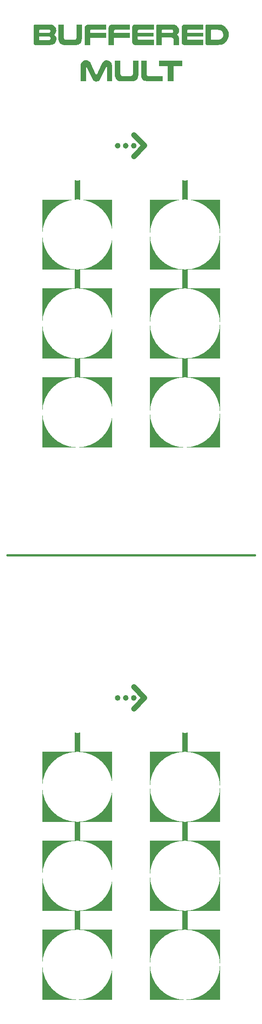
<source format=gbr>
%TF.GenerationSoftware,KiCad,Pcbnew,8.0.2*%
%TF.CreationDate,2024-06-03T22:39:04+02:00*%
%TF.ProjectId,Buffered Mult,42756666-6572-4656-9420-4d756c742e6b,1*%
%TF.SameCoordinates,Original*%
%TF.FileFunction,Legend,Top*%
%TF.FilePolarity,Positive*%
%FSLAX46Y46*%
G04 Gerber Fmt 4.6, Leading zero omitted, Abs format (unit mm)*
G04 Created by KiCad (PCBNEW 8.0.2) date 2024-06-03 22:39:04*
%MOMM*%
%LPD*%
G01*
G04 APERTURE LIST*
%ADD10C,1.000000*%
%ADD11C,0.550000*%
%ADD12C,0.400000*%
%ADD13C,0.100000*%
%ADD14C,0.000000*%
%ADD15C,0.500000*%
%ADD16C,13.000000*%
%ADD17C,4.000000*%
G04 APERTURE END LIST*
D10*
X110000000Y-179500000D02*
X110000000Y-183000000D01*
X90000000Y-179500000D02*
X90000000Y-183000000D01*
X90000000Y-163000000D02*
X90000000Y-166500000D01*
X110000000Y-163000000D02*
X110000000Y-166500000D01*
X110000000Y-93500000D02*
X110000000Y-97000000D01*
X90000000Y-93500000D02*
X90000000Y-97000000D01*
D11*
X100775000Y-156500000D02*
G75*
G02*
X100225000Y-156500000I-275000J0D01*
G01*
X100225000Y-156500000D02*
G75*
G02*
X100775000Y-156500000I275000J0D01*
G01*
X97775000Y-156500000D02*
G75*
G02*
X97225000Y-156500000I-275000J0D01*
G01*
X97225000Y-156500000D02*
G75*
G02*
X97775000Y-156500000I275000J0D01*
G01*
X99275000Y-156500000D02*
G75*
G02*
X98725000Y-156500000I-275000J0D01*
G01*
X98725000Y-156500000D02*
G75*
G02*
X99275000Y-156500000I275000J0D01*
G01*
D10*
X100500000Y-158500000D02*
X102500000Y-156500000D01*
X100500000Y-154500000D02*
X102500000Y-156500000D01*
D11*
X97775000Y-54000000D02*
G75*
G02*
X97225000Y-54000000I-275000J0D01*
G01*
X97225000Y-54000000D02*
G75*
G02*
X97775000Y-54000000I275000J0D01*
G01*
X99275000Y-54000000D02*
G75*
G02*
X98725000Y-54000000I-275000J0D01*
G01*
X98725000Y-54000000D02*
G75*
G02*
X99275000Y-54000000I275000J0D01*
G01*
X100775000Y-54000000D02*
G75*
G02*
X100225000Y-54000000I-275000J0D01*
G01*
X100225000Y-54000000D02*
G75*
G02*
X100775000Y-54000000I275000J0D01*
G01*
D10*
X110000000Y-77000000D02*
X110000000Y-80500000D01*
X100500000Y-52000000D02*
X102500000Y-54000000D01*
D12*
X77000000Y-130000000D02*
X123000000Y-130000000D01*
D10*
X90000000Y-60500000D02*
X90000000Y-64000000D01*
X110000000Y-60500000D02*
X110000000Y-64000000D01*
X90000000Y-77000000D02*
X90000000Y-80500000D01*
X100500000Y-56000000D02*
X102500000Y-54000000D01*
D13*
G36*
X85061557Y-31494939D02*
G01*
X85261160Y-31529331D01*
X85470524Y-31601244D01*
X85653872Y-31706570D01*
X85810467Y-31844452D01*
X85941460Y-32016924D01*
X86027892Y-32197125D01*
X86081123Y-32403017D01*
X86096720Y-32604535D01*
X86095146Y-32666034D01*
X86065248Y-32870635D01*
X85998534Y-33055408D01*
X85879100Y-33236789D01*
X85715701Y-33380251D01*
X85836508Y-33461599D01*
X85971412Y-33614495D01*
X86066275Y-33803575D01*
X86120974Y-34018532D01*
X86135799Y-34215561D01*
X86128514Y-34341347D01*
X86080891Y-34556030D01*
X85993567Y-34751963D01*
X85872017Y-34924842D01*
X85729291Y-35062804D01*
X85555114Y-35172777D01*
X85345805Y-35250897D01*
X85135645Y-35289573D01*
X84937055Y-35300000D01*
X82176134Y-35300000D01*
X81995213Y-35247876D01*
X81924075Y-35059665D01*
X81924075Y-34295673D01*
X82937194Y-34295673D01*
X83016329Y-34381646D01*
X84695743Y-34381646D01*
X84820512Y-34368910D01*
X84992742Y-34267341D01*
X85014824Y-34236801D01*
X85070900Y-34048499D01*
X85069373Y-34018753D01*
X84986880Y-33836496D01*
X84891815Y-33763185D01*
X84695743Y-33727076D01*
X82937194Y-33727076D01*
X82937194Y-34295673D01*
X81924075Y-34295673D01*
X81924075Y-32524424D01*
X82937194Y-32524424D01*
X82937194Y-33049057D01*
X84701605Y-33049057D01*
X84817130Y-33036368D01*
X84981996Y-32929867D01*
X85049407Y-32741311D01*
X84981996Y-32552756D01*
X84897492Y-32482106D01*
X84701605Y-32438450D01*
X83016329Y-32438450D01*
X82937194Y-32524424D01*
X81924075Y-32524424D01*
X81924075Y-31721353D01*
X81987090Y-31545010D01*
X82176134Y-31485903D01*
X84881368Y-31485903D01*
X85061557Y-31494939D01*
G37*
G36*
X89527843Y-35300000D02*
G01*
X89780440Y-35290317D01*
X90003635Y-35260870D01*
X90198423Y-35211060D01*
X90415671Y-35111935D01*
X90586546Y-34974124D01*
X90713406Y-34796208D01*
X90798608Y-34576767D01*
X90836592Y-34384081D01*
X90853465Y-34166640D01*
X90854571Y-34088555D01*
X90854571Y-31485903D01*
X89835589Y-31485903D01*
X89835589Y-33975226D01*
X89791714Y-34180707D01*
X89625388Y-34310312D01*
X89460432Y-34331821D01*
X87886532Y-34331821D01*
X87690322Y-34296932D01*
X87549391Y-34147462D01*
X87522121Y-33975226D01*
X87522121Y-31485903D01*
X86503140Y-31485903D01*
X86503140Y-34088555D01*
X86513199Y-34314381D01*
X86544040Y-34515252D01*
X86619221Y-34745296D01*
X86735497Y-34933461D01*
X86895239Y-35081165D01*
X87100817Y-35189828D01*
X87354600Y-35260870D01*
X87577998Y-35290317D01*
X87830844Y-35300000D01*
X89527843Y-35300000D01*
G37*
G36*
X92068946Y-31485903D02*
G01*
X91872473Y-31502439D01*
X91680312Y-31566392D01*
X91516491Y-31702847D01*
X91417973Y-31907130D01*
X91385739Y-32137192D01*
X91385066Y-32180530D01*
X91385066Y-35300000D01*
X92399162Y-35300000D01*
X92399162Y-33990858D01*
X95350593Y-33990858D01*
X95350593Y-33049057D01*
X92399162Y-33049057D01*
X92399162Y-32652407D01*
X92518467Y-32491775D01*
X92555478Y-32489253D01*
X95367201Y-32489253D01*
X95367201Y-31485903D01*
X92068946Y-31485903D01*
G37*
G36*
X96492672Y-31485903D02*
G01*
X96296200Y-31502439D01*
X96104038Y-31566392D01*
X95940217Y-31702847D01*
X95841700Y-31907130D01*
X95809465Y-32137192D01*
X95808793Y-32180530D01*
X95808793Y-35300000D01*
X96822889Y-35300000D01*
X96822889Y-33990858D01*
X99774319Y-33990858D01*
X99774319Y-33049057D01*
X96822889Y-33049057D01*
X96822889Y-32652407D01*
X96942194Y-32491775D01*
X96979204Y-32489253D01*
X99790928Y-32489253D01*
X99790928Y-31485903D01*
X96492672Y-31485903D01*
G37*
G36*
X100770830Y-31485903D02*
G01*
X100561209Y-31510087D01*
X100384574Y-31597275D01*
X100266209Y-31771942D01*
X100232519Y-31995882D01*
X100232519Y-34774389D01*
X100258253Y-34980105D01*
X100350311Y-35152563D01*
X100532983Y-35267469D01*
X100732411Y-35299493D01*
X100764968Y-35300000D01*
X104214654Y-35300000D01*
X104214654Y-34331821D01*
X101336497Y-34331821D01*
X101246615Y-34224354D01*
X101246615Y-33736845D01*
X104198046Y-33736845D01*
X104198046Y-33009002D01*
X101246615Y-33009002D01*
X101246615Y-32583042D01*
X101336497Y-32489253D01*
X104214654Y-32489253D01*
X104214654Y-31485903D01*
X100770830Y-31485903D01*
G37*
G36*
X107835734Y-31495965D02*
G01*
X108052622Y-31533195D01*
X108268408Y-31608141D01*
X108448693Y-31713222D01*
X108598325Y-31844452D01*
X108723957Y-32003500D01*
X108819365Y-32183339D01*
X108879968Y-32379847D01*
X108901186Y-32588904D01*
X108900920Y-32617063D01*
X108877879Y-32837266D01*
X108811756Y-33043720D01*
X108694215Y-33229737D01*
X108542638Y-33370481D01*
X108609868Y-33414538D01*
X108754159Y-33551846D01*
X108849587Y-33731768D01*
X108895018Y-33937836D01*
X108907048Y-34159874D01*
X108907048Y-34933635D01*
X108909212Y-35093948D01*
X108923656Y-35300000D01*
X107898813Y-35300000D01*
X107892081Y-35244091D01*
X107882205Y-35043056D01*
X107882205Y-34269295D01*
X107837839Y-34065282D01*
X107676506Y-33948760D01*
X107466992Y-33924424D01*
X105703559Y-33924424D01*
X105703559Y-35300000D01*
X104689462Y-35300000D01*
X104689462Y-32516608D01*
X105703559Y-32516608D01*
X105703559Y-33062735D01*
X107495324Y-33062735D01*
X107610999Y-33048746D01*
X107780600Y-32939637D01*
X107784764Y-32934385D01*
X107853873Y-32745219D01*
X107852547Y-32715954D01*
X107769853Y-32533217D01*
X107692522Y-32474329D01*
X107495324Y-32432588D01*
X105787578Y-32432588D01*
X105703559Y-32516608D01*
X104689462Y-32516608D01*
X104689462Y-31721353D01*
X104752477Y-31545010D01*
X104941521Y-31485903D01*
X107630146Y-31485903D01*
X107835734Y-31495965D01*
G37*
G36*
X109934822Y-31485903D02*
G01*
X109725200Y-31510087D01*
X109548566Y-31597275D01*
X109430201Y-31771942D01*
X109396511Y-31995882D01*
X109396511Y-34774389D01*
X109422245Y-34980105D01*
X109514302Y-35152563D01*
X109696975Y-35267469D01*
X109896402Y-35299493D01*
X109928960Y-35300000D01*
X113378646Y-35300000D01*
X113378646Y-34331821D01*
X110500488Y-34331821D01*
X110410607Y-34224354D01*
X110410607Y-33736845D01*
X113362037Y-33736845D01*
X113362037Y-33009002D01*
X110410607Y-33009002D01*
X110410607Y-32583042D01*
X110500488Y-32489253D01*
X113378646Y-32489253D01*
X113378646Y-31485903D01*
X109934822Y-31485903D01*
G37*
G36*
X116366135Y-31494692D02*
G01*
X116573541Y-31520494D01*
X116767140Y-31562462D01*
X116990436Y-31636364D01*
X117193810Y-31732547D01*
X117378176Y-31849356D01*
X117544452Y-31985136D01*
X117579211Y-32018108D01*
X117740112Y-32196125D01*
X117877919Y-32394311D01*
X117990439Y-32610275D01*
X118060778Y-32794238D01*
X118112408Y-32986821D01*
X118144209Y-33186801D01*
X118155059Y-33392951D01*
X118152901Y-33487387D01*
X118129138Y-33717382D01*
X118080407Y-33937363D01*
X118008295Y-34145698D01*
X117914389Y-34340756D01*
X117800279Y-34520903D01*
X117667550Y-34684508D01*
X117565741Y-34787733D01*
X117378046Y-34941420D01*
X117211307Y-35046693D01*
X117029466Y-35135136D01*
X116832192Y-35205718D01*
X116619153Y-35257410D01*
X116390017Y-35289180D01*
X116144452Y-35300000D01*
X114099651Y-35300000D01*
X113923713Y-35247876D01*
X113853454Y-35059665D01*
X113853454Y-32568387D01*
X114867550Y-32568387D01*
X114867550Y-34224354D01*
X114939846Y-34303489D01*
X116144452Y-34303489D01*
X116363199Y-34287680D01*
X116574862Y-34233313D01*
X116749237Y-34144175D01*
X116905513Y-34007466D01*
X116932146Y-33976953D01*
X117043981Y-33806470D01*
X117115674Y-33611371D01*
X117140963Y-33398813D01*
X117133312Y-33280329D01*
X117083087Y-33077618D01*
X116990435Y-32894817D01*
X116860572Y-32739357D01*
X116728208Y-32635570D01*
X116547517Y-32548883D01*
X116350644Y-32502718D01*
X116144452Y-32489253D01*
X114939846Y-32489253D01*
X114867550Y-32568387D01*
X113853454Y-32568387D01*
X113853454Y-31721353D01*
X113908234Y-31552612D01*
X114099651Y-31485903D01*
X116144452Y-31485903D01*
X116366135Y-31494692D01*
G37*
G36*
X93550035Y-42082526D02*
G01*
X93746575Y-42062284D01*
X93946437Y-41988796D01*
X94108612Y-41857840D01*
X94187998Y-41736678D01*
X95335939Y-39361660D01*
X95409212Y-39317697D01*
X95498116Y-39418325D01*
X95498116Y-42020000D01*
X96473134Y-42020000D01*
X96473134Y-39243447D01*
X96459758Y-39020434D01*
X96420532Y-38828539D01*
X96343901Y-38639868D01*
X96218248Y-38464658D01*
X96120447Y-38373942D01*
X95946697Y-38260725D01*
X95763857Y-38186982D01*
X95557702Y-38147754D01*
X95459037Y-38143377D01*
X95247623Y-38163765D01*
X95029188Y-38238700D01*
X94844769Y-38363037D01*
X94689652Y-38530785D01*
X94579370Y-38699417D01*
X94501605Y-38850704D01*
X93644802Y-40713789D01*
X93550035Y-40786085D01*
X93454292Y-40713789D01*
X92597488Y-38850704D01*
X92498902Y-38663778D01*
X92385424Y-38500067D01*
X92225751Y-38339138D01*
X92035990Y-38222619D01*
X91811427Y-38156499D01*
X91640056Y-38143377D01*
X91424084Y-38164837D01*
X91230672Y-38224173D01*
X91044293Y-38325327D01*
X90978647Y-38373942D01*
X90829155Y-38525739D01*
X90718406Y-38716371D01*
X90655802Y-38920790D01*
X90629332Y-39127857D01*
X90625960Y-39243447D01*
X90625960Y-42020000D01*
X91600977Y-42020000D01*
X91600977Y-39423210D01*
X91689882Y-39322581D01*
X91763155Y-39366545D01*
X92911096Y-41751332D01*
X93039400Y-41913560D01*
X93216043Y-42020711D01*
X93425375Y-42074742D01*
X93550035Y-42082526D01*
G37*
G36*
X100020517Y-42020000D02*
G01*
X100273113Y-42010317D01*
X100496308Y-41980870D01*
X100691096Y-41931060D01*
X100908345Y-41831935D01*
X101079219Y-41694124D01*
X101206079Y-41516208D01*
X101291282Y-41296767D01*
X101329265Y-41104081D01*
X101346139Y-40886640D01*
X101347244Y-40808555D01*
X101347244Y-38205903D01*
X100328263Y-38205903D01*
X100328263Y-40695226D01*
X100284387Y-40900707D01*
X100118061Y-41030312D01*
X99953106Y-41051821D01*
X98379205Y-41051821D01*
X98182995Y-41016932D01*
X98042065Y-40867462D01*
X98014795Y-40695226D01*
X98014795Y-38205903D01*
X96995813Y-38205903D01*
X96995813Y-40808555D01*
X97005872Y-41034381D01*
X97036714Y-41235252D01*
X97111894Y-41465296D01*
X97228171Y-41653461D01*
X97387913Y-41801165D01*
X97593490Y-41909828D01*
X97847273Y-41980870D01*
X98070671Y-42010317D01*
X98323518Y-42020000D01*
X100020517Y-42020000D01*
G37*
G36*
X105843266Y-42020000D02*
G01*
X105843266Y-41051821D01*
X103216190Y-41051821D01*
X103021789Y-41023640D01*
X102895667Y-40863052D01*
X102880112Y-40689364D01*
X102880112Y-38205903D01*
X101861131Y-38205903D01*
X101861131Y-40786085D01*
X101869383Y-41007276D01*
X101895205Y-41206511D01*
X101959728Y-41438081D01*
X102062119Y-41630798D01*
X102206167Y-41784767D01*
X102395660Y-41900090D01*
X102634390Y-41976871D01*
X102848028Y-42009225D01*
X103093092Y-42020000D01*
X105843266Y-42020000D01*
G37*
G36*
X105174041Y-38205903D02*
G01*
X105174041Y-39209253D01*
X106837823Y-39209253D01*
X106837823Y-42020000D01*
X107856804Y-42020000D01*
X107856804Y-39209253D01*
X109514725Y-39209253D01*
X109514725Y-38205903D01*
X105174041Y-38205903D01*
G37*
D10*
X110000000Y-196000000D02*
X110000000Y-199500000D01*
X90000000Y-196000000D02*
X90000000Y-199500000D01*
D14*
%TO.C,H18*%
G36*
X110000000Y-183000000D02*
G01*
X110000000Y-183000000D01*
G75*
G03*
X103500000Y-189500000I0J-6500000D01*
G01*
X103500000Y-183000000D01*
X110000000Y-183000000D01*
G37*
G36*
X116500000Y-189500000D02*
G01*
X116500000Y-189500000D01*
G75*
G03*
X110000000Y-183000000I-6500000J0D01*
G01*
X116500000Y-183000000D01*
X116500000Y-189500000D01*
G37*
G36*
X103500000Y-189500000D02*
G01*
X103500000Y-189500000D01*
G75*
G03*
X110000000Y-196000000I6500000J0D01*
G01*
X103500000Y-196000000D01*
X103500000Y-189500000D01*
G37*
G36*
X116500000Y-196000000D02*
G01*
X110000000Y-196000000D01*
G75*
G03*
X116500000Y-189500000I0J6500000D01*
G01*
X116500000Y-196000000D01*
G37*
%TO.C,H17*%
G36*
X90000000Y-183000000D02*
G01*
X90000000Y-183000000D01*
G75*
G03*
X83500000Y-189500000I0J-6500000D01*
G01*
X83500000Y-183000000D01*
X90000000Y-183000000D01*
G37*
G36*
X96500000Y-189500000D02*
G01*
X96500000Y-189500000D01*
G75*
G03*
X90000000Y-183000000I-6500000J0D01*
G01*
X96500000Y-183000000D01*
X96500000Y-189500000D01*
G37*
G36*
X83500000Y-189500000D02*
G01*
X83500000Y-189500000D01*
G75*
G03*
X90000000Y-196000000I6500000J0D01*
G01*
X83500000Y-196000000D01*
X83500000Y-189500000D01*
G37*
G36*
X96500000Y-196000000D02*
G01*
X90000000Y-196000000D01*
G75*
G03*
X96500000Y-189500000I0J6500000D01*
G01*
X96500000Y-196000000D01*
G37*
%TO.C,H15*%
G36*
X90000000Y-166500000D02*
G01*
X90000000Y-166500000D01*
G75*
G03*
X83500000Y-173000000I0J-6500000D01*
G01*
X83500000Y-166500000D01*
X90000000Y-166500000D01*
G37*
G36*
X96500000Y-173000000D02*
G01*
X96500000Y-173000000D01*
G75*
G03*
X90000000Y-166500000I-6500000J0D01*
G01*
X96500000Y-166500000D01*
X96500000Y-173000000D01*
G37*
G36*
X83500000Y-173000000D02*
G01*
X83500000Y-173000000D01*
G75*
G03*
X90000000Y-179500000I6500000J0D01*
G01*
X83500000Y-179500000D01*
X83500000Y-173000000D01*
G37*
G36*
X96500000Y-179500000D02*
G01*
X90000000Y-179500000D01*
G75*
G03*
X96500000Y-173000000I0J6500000D01*
G01*
X96500000Y-179500000D01*
G37*
%TO.C,H16*%
G36*
X110000000Y-166500000D02*
G01*
X110000000Y-166500000D01*
G75*
G03*
X103500000Y-173000000I0J-6500000D01*
G01*
X103500000Y-166500000D01*
X110000000Y-166500000D01*
G37*
G36*
X116500000Y-173000000D02*
G01*
X116500000Y-173000000D01*
G75*
G03*
X110000000Y-166500000I-6500000J0D01*
G01*
X116500000Y-166500000D01*
X116500000Y-173000000D01*
G37*
G36*
X103500000Y-173000000D02*
G01*
X103500000Y-173000000D01*
G75*
G03*
X110000000Y-179500000I6500000J0D01*
G01*
X103500000Y-179500000D01*
X103500000Y-173000000D01*
G37*
G36*
X116500000Y-179500000D02*
G01*
X110000000Y-179500000D01*
G75*
G03*
X116500000Y-173000000I0J6500000D01*
G01*
X116500000Y-179500000D01*
G37*
%TO.C,H20*%
G36*
X110000000Y-199500000D02*
G01*
X110000000Y-199500000D01*
G75*
G03*
X103500000Y-206000000I0J-6500000D01*
G01*
X103500000Y-199500000D01*
X110000000Y-199500000D01*
G37*
G36*
X116500000Y-206000000D02*
G01*
X116500000Y-206000000D01*
G75*
G03*
X110000000Y-199500000I-6500000J0D01*
G01*
X116500000Y-199500000D01*
X116500000Y-206000000D01*
G37*
G36*
X103500000Y-206000000D02*
G01*
X103500000Y-206000000D01*
G75*
G03*
X110000000Y-212500000I6500000J0D01*
G01*
X103500000Y-212500000D01*
X103500000Y-206000000D01*
G37*
G36*
X116500000Y-212500000D02*
G01*
X110000000Y-212500000D01*
G75*
G03*
X116500000Y-206000000I0J6500000D01*
G01*
X116500000Y-212500000D01*
G37*
%TO.C,H19*%
G36*
X90000000Y-199500000D02*
G01*
X90000000Y-199500000D01*
G75*
G03*
X83500000Y-206000000I0J-6500000D01*
G01*
X83500000Y-199500000D01*
X90000000Y-199500000D01*
G37*
G36*
X96500000Y-206000000D02*
G01*
X96500000Y-206000000D01*
G75*
G03*
X90000000Y-199500000I-6500000J0D01*
G01*
X96500000Y-199500000D01*
X96500000Y-206000000D01*
G37*
G36*
X83500000Y-206000000D02*
G01*
X83500000Y-206000000D01*
G75*
G03*
X90000000Y-212500000I6500000J0D01*
G01*
X83500000Y-212500000D01*
X83500000Y-206000000D01*
G37*
G36*
X96500000Y-212500000D02*
G01*
X90000000Y-212500000D01*
G75*
G03*
X96500000Y-206000000I0J6500000D01*
G01*
X96500000Y-212500000D01*
G37*
%TO.C,H7*%
G36*
X90000000Y-64000000D02*
G01*
X90000000Y-64000000D01*
G75*
G03*
X83500000Y-70500000I0J-6500000D01*
G01*
X83500000Y-64000000D01*
X90000000Y-64000000D01*
G37*
G36*
X96500000Y-70500000D02*
G01*
X96500000Y-70500000D01*
G75*
G03*
X90000000Y-64000000I-6500000J0D01*
G01*
X96500000Y-64000000D01*
X96500000Y-70500000D01*
G37*
G36*
X83500000Y-70500000D02*
G01*
X83500000Y-70500000D01*
G75*
G03*
X90000000Y-77000000I6500000J0D01*
G01*
X83500000Y-77000000D01*
X83500000Y-70500000D01*
G37*
G36*
X96500000Y-77000000D02*
G01*
X90000000Y-77000000D01*
G75*
G03*
X96500000Y-70500000I0J6500000D01*
G01*
X96500000Y-77000000D01*
G37*
%TO.C,H11*%
G36*
X90000000Y-97000000D02*
G01*
X90000000Y-97000000D01*
G75*
G03*
X83500000Y-103500000I0J-6500000D01*
G01*
X83500000Y-97000000D01*
X90000000Y-97000000D01*
G37*
G36*
X96500000Y-103500000D02*
G01*
X96500000Y-103500000D01*
G75*
G03*
X90000000Y-97000000I-6500000J0D01*
G01*
X96500000Y-97000000D01*
X96500000Y-103500000D01*
G37*
G36*
X83500000Y-103500000D02*
G01*
X83500000Y-103500000D01*
G75*
G03*
X90000000Y-110000000I6500000J0D01*
G01*
X83500000Y-110000000D01*
X83500000Y-103500000D01*
G37*
G36*
X96500000Y-110000000D02*
G01*
X90000000Y-110000000D01*
G75*
G03*
X96500000Y-103500000I0J6500000D01*
G01*
X96500000Y-110000000D01*
G37*
%TO.C,H12*%
G36*
X110000000Y-97000000D02*
G01*
X110000000Y-97000000D01*
G75*
G03*
X103500000Y-103500000I0J-6500000D01*
G01*
X103500000Y-97000000D01*
X110000000Y-97000000D01*
G37*
G36*
X116500000Y-103500000D02*
G01*
X116500000Y-103500000D01*
G75*
G03*
X110000000Y-97000000I-6500000J0D01*
G01*
X116500000Y-97000000D01*
X116500000Y-103500000D01*
G37*
G36*
X103500000Y-103500000D02*
G01*
X103500000Y-103500000D01*
G75*
G03*
X110000000Y-110000000I6500000J0D01*
G01*
X103500000Y-110000000D01*
X103500000Y-103500000D01*
G37*
G36*
X116500000Y-110000000D02*
G01*
X110000000Y-110000000D01*
G75*
G03*
X116500000Y-103500000I0J6500000D01*
G01*
X116500000Y-110000000D01*
G37*
%TO.C,H9*%
G36*
X90000000Y-80500000D02*
G01*
X90000000Y-80500000D01*
G75*
G03*
X83500000Y-87000000I0J-6500000D01*
G01*
X83500000Y-80500000D01*
X90000000Y-80500000D01*
G37*
G36*
X96500000Y-87000000D02*
G01*
X96500000Y-87000000D01*
G75*
G03*
X90000000Y-80500000I-6500000J0D01*
G01*
X96500000Y-80500000D01*
X96500000Y-87000000D01*
G37*
G36*
X83500000Y-87000000D02*
G01*
X83500000Y-87000000D01*
G75*
G03*
X90000000Y-93500000I6500000J0D01*
G01*
X83500000Y-93500000D01*
X83500000Y-87000000D01*
G37*
G36*
X96500000Y-93500000D02*
G01*
X90000000Y-93500000D01*
G75*
G03*
X96500000Y-87000000I0J6500000D01*
G01*
X96500000Y-93500000D01*
G37*
%TO.C,H8*%
G36*
X110000000Y-64000000D02*
G01*
X110000000Y-64000000D01*
G75*
G03*
X103500000Y-70500000I0J-6500000D01*
G01*
X103500000Y-64000000D01*
X110000000Y-64000000D01*
G37*
G36*
X116500000Y-70500000D02*
G01*
X116500000Y-70500000D01*
G75*
G03*
X110000000Y-64000000I-6500000J0D01*
G01*
X116500000Y-64000000D01*
X116500000Y-70500000D01*
G37*
G36*
X103500000Y-70500000D02*
G01*
X103500000Y-70500000D01*
G75*
G03*
X110000000Y-77000000I6500000J0D01*
G01*
X103500000Y-77000000D01*
X103500000Y-70500000D01*
G37*
G36*
X116500000Y-77000000D02*
G01*
X110000000Y-77000000D01*
G75*
G03*
X116500000Y-70500000I0J6500000D01*
G01*
X116500000Y-77000000D01*
G37*
%TO.C,H10*%
G36*
X110000000Y-80500000D02*
G01*
X110000000Y-80500000D01*
G75*
G03*
X103500000Y-87000000I0J-6500000D01*
G01*
X103500000Y-80500000D01*
X110000000Y-80500000D01*
G37*
G36*
X116500000Y-87000000D02*
G01*
X116500000Y-87000000D01*
G75*
G03*
X110000000Y-80500000I-6500000J0D01*
G01*
X116500000Y-80500000D01*
X116500000Y-87000000D01*
G37*
G36*
X103500000Y-87000000D02*
G01*
X103500000Y-87000000D01*
G75*
G03*
X110000000Y-93500000I6500000J0D01*
G01*
X103500000Y-93500000D01*
X103500000Y-87000000D01*
G37*
G36*
X116500000Y-93500000D02*
G01*
X110000000Y-93500000D01*
G75*
G03*
X116500000Y-87000000I0J6500000D01*
G01*
X116500000Y-93500000D01*
G37*
%TD*%
%LPC*%
D15*
%TO.C,H18*%
X104300000Y-189500000D03*
X105960000Y-185470000D03*
X105970000Y-193540000D03*
X110000000Y-183800000D03*
D16*
X110000000Y-189500000D03*
D15*
X110000000Y-195200000D03*
X114030000Y-193540000D03*
X114040000Y-185470000D03*
X115700000Y-189500000D03*
%TD*%
%TO.C,H17*%
X84300000Y-189500000D03*
X85960000Y-185470000D03*
X85970000Y-193540000D03*
X90000000Y-183800000D03*
D16*
X90000000Y-189500000D03*
D15*
X90000000Y-195200000D03*
X94030000Y-193540000D03*
X94040000Y-185470000D03*
X95700000Y-189500000D03*
%TD*%
%TO.C,H15*%
X84300000Y-173000000D03*
X85960000Y-168970000D03*
X85970000Y-177040000D03*
X90000000Y-167300000D03*
D16*
X90000000Y-173000000D03*
D15*
X90000000Y-178700000D03*
X94030000Y-177040000D03*
X94040000Y-168970000D03*
X95700000Y-173000000D03*
%TD*%
%TO.C,H16*%
X104300000Y-173000000D03*
X105960000Y-168970000D03*
X105970000Y-177040000D03*
X110000000Y-167300000D03*
D16*
X110000000Y-173000000D03*
D15*
X110000000Y-178700000D03*
X114030000Y-177040000D03*
X114040000Y-168970000D03*
X115700000Y-173000000D03*
%TD*%
%TO.C,H20*%
X104300000Y-206000000D03*
X105960000Y-201970000D03*
X105970000Y-210040000D03*
X110000000Y-200300000D03*
D16*
X110000000Y-206000000D03*
D15*
X110000000Y-211700000D03*
X114030000Y-210040000D03*
X114040000Y-201970000D03*
X115700000Y-206000000D03*
%TD*%
%TO.C,H19*%
X84300000Y-206000000D03*
X85960000Y-201970000D03*
X85970000Y-210040000D03*
X90000000Y-200300000D03*
D16*
X90000000Y-206000000D03*
D15*
X90000000Y-211700000D03*
X94030000Y-210040000D03*
X94040000Y-201970000D03*
X95700000Y-206000000D03*
%TD*%
%TO.C,H7*%
X84300000Y-70500000D03*
X85960000Y-66470000D03*
X85970000Y-74540000D03*
X90000000Y-64800000D03*
D16*
X90000000Y-70500000D03*
D15*
X90000000Y-76200000D03*
X94030000Y-74540000D03*
X94040000Y-66470000D03*
X95700000Y-70500000D03*
%TD*%
%TO.C,H11*%
X84300000Y-103500000D03*
X85960000Y-99470000D03*
X85970000Y-107540000D03*
X90000000Y-97800000D03*
D16*
X90000000Y-103500000D03*
D15*
X90000000Y-109200000D03*
X94030000Y-107540000D03*
X94040000Y-99470000D03*
X95700000Y-103500000D03*
%TD*%
%TO.C,H12*%
X104300000Y-103500000D03*
X105960000Y-99470000D03*
X105970000Y-107540000D03*
X110000000Y-97800000D03*
D16*
X110000000Y-103500000D03*
D15*
X110000000Y-109200000D03*
X114030000Y-107540000D03*
X114040000Y-99470000D03*
X115700000Y-103500000D03*
%TD*%
%TO.C,H9*%
X84300000Y-87000000D03*
X85960000Y-82970000D03*
X85970000Y-91040000D03*
X90000000Y-81300000D03*
D16*
X90000000Y-87000000D03*
D15*
X90000000Y-92700000D03*
X94030000Y-91040000D03*
X94040000Y-82970000D03*
X95700000Y-87000000D03*
%TD*%
%TO.C,H8*%
X104300000Y-70500000D03*
X105960000Y-66470000D03*
X105970000Y-74540000D03*
X110000000Y-64800000D03*
D16*
X110000000Y-70500000D03*
D15*
X110000000Y-76200000D03*
X114030000Y-74540000D03*
X114040000Y-66470000D03*
X115700000Y-70500000D03*
%TD*%
%TO.C,H10*%
X104300000Y-87000000D03*
X105960000Y-82970000D03*
X105970000Y-91040000D03*
X110000000Y-81300000D03*
D16*
X110000000Y-87000000D03*
D15*
X110000000Y-92700000D03*
X114030000Y-91040000D03*
X114040000Y-82970000D03*
X115700000Y-87000000D03*
%TD*%
D17*
%TO.C,H2*%
X121500000Y-33500000D03*
%TD*%
D15*
%TO.C,H5*%
X84300000Y-54000000D03*
X85960000Y-49970000D03*
X85970000Y-58040000D03*
X90000000Y-48300000D03*
D16*
X90000000Y-54000000D03*
D15*
X90000000Y-59700000D03*
X94030000Y-58040000D03*
X94040000Y-49970000D03*
X95700000Y-54000000D03*
%TD*%
%TO.C,H6*%
X104300000Y-54000000D03*
X105960000Y-49970000D03*
X105970000Y-58040000D03*
X110000000Y-48300000D03*
D16*
X110000000Y-54000000D03*
D15*
X110000000Y-59700000D03*
X114030000Y-58040000D03*
X114040000Y-49970000D03*
X115700000Y-54000000D03*
%TD*%
D17*
%TO.C,H3*%
X78500000Y-226500000D03*
%TD*%
D15*
%TO.C,H14*%
X104300000Y-156500000D03*
X105960000Y-152470000D03*
X105970000Y-160540000D03*
X110000000Y-150800000D03*
D16*
X110000000Y-156500000D03*
D15*
X110000000Y-162200000D03*
X114030000Y-160540000D03*
X114040000Y-152470000D03*
X115700000Y-156500000D03*
%TD*%
D17*
%TO.C,H4*%
X121500000Y-226500000D03*
%TD*%
D15*
%TO.C,H13*%
X84300000Y-156500000D03*
X85960000Y-152470000D03*
X85970000Y-160540000D03*
X90000000Y-150800000D03*
D16*
X90000000Y-156500000D03*
D15*
X90000000Y-162200000D03*
X94030000Y-160540000D03*
X94040000Y-152470000D03*
X95700000Y-156500000D03*
%TD*%
D17*
%TO.C,H1*%
X78500000Y-33500000D03*
%TD*%
%LPD*%
M02*

</source>
